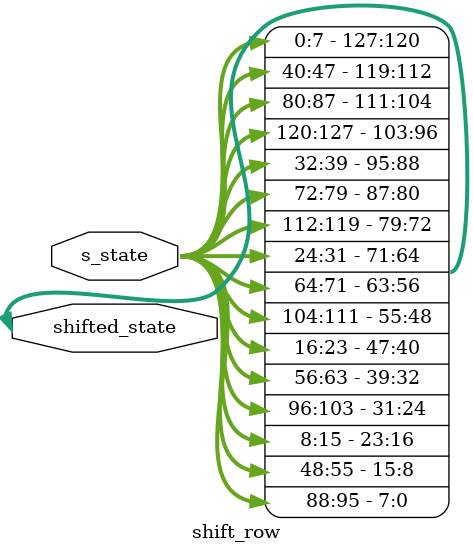
<source format=v>
module shift_row(s_state,shifted_state);

input [0:127] s_state;
inout [0:127] shifted_state;

assign shifted_state[0:7]   = s_state[0:7];//0 
assign shifted_state[8:15] = s_state[40:47];//1
assign shifted_state[16:23] = s_state[80:87];//2
assign shifted_state[24:31] = s_state[120:127];//3

assign shifted_state[32:39] = s_state[32:39];//4
assign shifted_state[40:47] = s_state[72:79];//5
assign shifted_state[48:55] = s_state[112:119];//6
assign shifted_state[56:63] = s_state[24:31];//7

assign shifted_state[64:71] = s_state[64:71];//8
assign shifted_state[72:79] = s_state[104:111];//9
assign shifted_state[80:87] = s_state[16:23];//10
assign shifted_state[88:95] = s_state[56:63];//11

assign shifted_state[96:103] = s_state[96:103];//12
assign shifted_state[104:111] = s_state[8:15];//13s
assign shifted_state[112:119] = s_state[48:55];//14
assign shifted_state[120:127] = s_state[88:95];//15

endmodule

</source>
